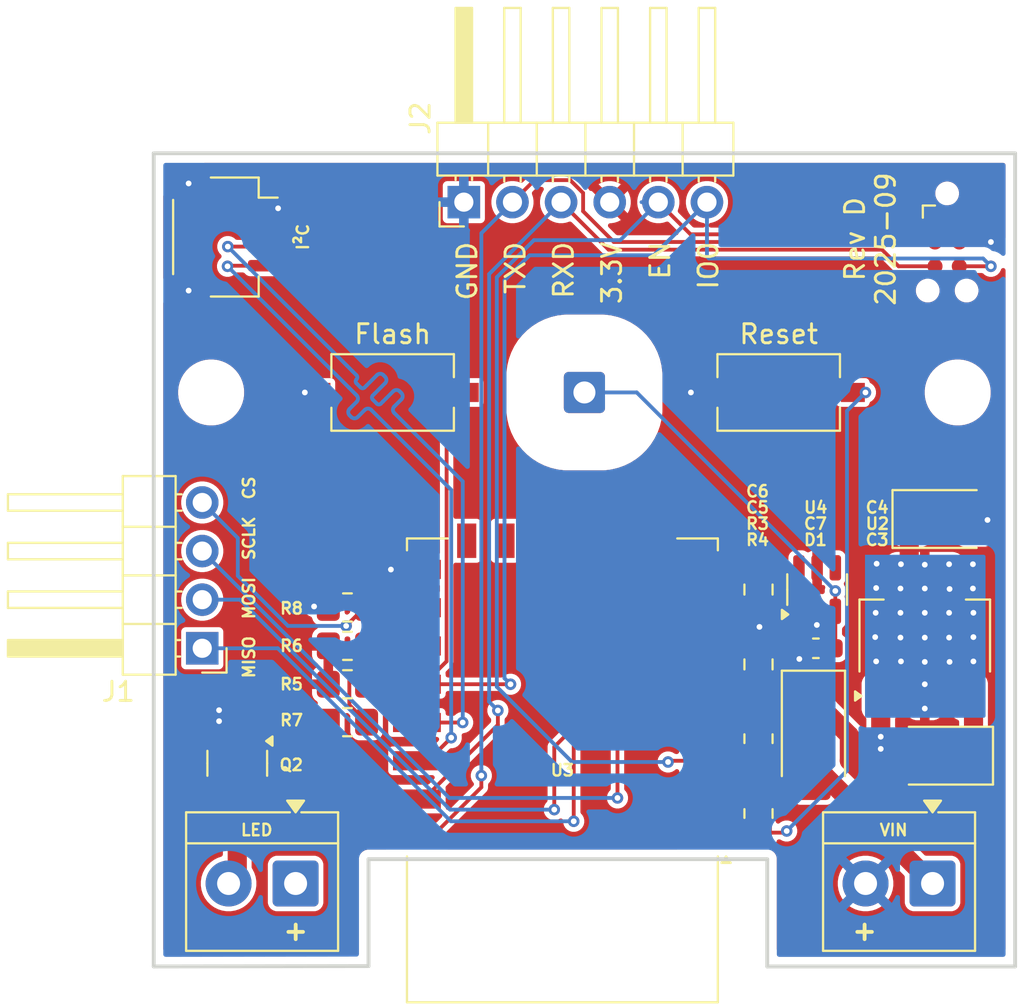
<source format=kicad_pcb>
(kicad_pcb (version 20241229) (generator "pcbnew") (generator_version "9.0")
  (layers (0 "F.Cu" signal) (2 "B.Cu" signal) (13 "F.Paste" user) (15 "B.Paste" user) (5 "F.SilkS" user "F.Silkscreen") (7 "B.SilkS" user "B.Silkscreen") (1 "F.Mask" user) (3 "B.Mask" user) (25 "Edge.Cuts" user))
  (net 0 "")
  (net 1 "GND")
  (net 2 "+3.3V")
  (net 3 "VIN")
  (net 4 "TXD")
  (net 5 "RXD")
  (net 6 "Net-(D1-K)")
  (net 7 "SCL")
  (net 8 "SDA")
  (net 9 "LED+")
  (net 10 "LED-")
  (net 11 "IO16")
  (net 12 "IO2")
  (net 13 "ADC")
  (net 14 "ENABLE")
  (net 15 "SCLK")
  (net 16 "MOSI")
  (net 17 "FLASH")
  (net 18 "MISO")
  (net 19 "CS")
  (net 20 "RESET")
  (net 21 "Net-(J6-Pin_1)")
  (net 22 "Net-(Q2-G)")
  (footprint "TerminalBlock_4Ucon:TerminalBlock_4Ucon_1x02_P3.50mm_Horizontal" (layer "F.Cu") (at 184.912 105.664 180)
    (property "Reference" "J5" (hide yes))
    (property "Value" "LED" (at 2.032 2.794 180) (layer "F.SilkS") (effects (font (size 0.6 0.6) (thickness 0.127) (bold yes))))
    (pad "1" thru_hole roundrect (at 0 0 180) (size 2.4 2.4) (drill 1.2) (layers "*.Cu" "*.Mask") (roundrect_rratio 0.104167) (net 9 "LED+"))
    (pad "2" thru_hole circle (at 3.5 0 180) (size 2.4 2.4) (drill 1.2) (layers "*.Cu" "*.Mask") (net 10 "LED-"))
  )
  (footprint "Package_TO_SOT_SMD:SOT-223-3_TabPin2" (layer "F.Cu") (at 217.778384 92.733798 90)
    (property "Reference" "U2" (at 5.874001 -2.473698 180) (layer "F.SilkS") (effects (font (size 0.6 0.6) (thickness 0.127))))
    (property "Value" "AMS1117-3.3" (hide yes))
    (pad "1" smd roundrect (at -3.15 -2.3 90) (size 2 1.5) (layers "F.Cu" "F.Mask" "F.Paste") (net 1 "GND"))
    (pad "2" smd roundrect (at -3.15 0 90) (size 2 1.5) (layers "F.Cu" "F.Mask" "F.Paste") (net 2 "+3.3V"))
    (pad "2" smd roundrect (at 3.15 0 90) (size 2 3.8) (layers "F.Cu" "F.Mask" "F.Paste") (net 2 "+3.3V"))
    (pad "3" smd roundrect (at -3.15 2.3 90) (size 2 1.5) (layers "F.Cu" "F.Mask" "F.Paste") (net 6 "Net-(D1-K)"))
  )
  (footprint "Capacitor_Tantalum_SMD:CP_EIA-3528-12_Kemet-T_HandSolder" (layer "F.Cu") (at 218.738384 86.614)
    (property "Reference" "C4" (at -3.447984 -0.601133 0) (layer "F.SilkS") (effects (font (size 0.6 0.6) (thickness 0.127) (bold yes))))
    (property "Value" "22µF")
    (pad "1" smd roundrect (at -1.6275 0) (size 1.515 2.39) (layers "F.Cu" "F.Mask" "F.Paste") (roundrect_rratio 0.165017) (net 2 "+3.3V"))
    (pad "2" smd roundrect (at 1.6275 0) (size 1.515 2.39) (layers "F.Cu" "F.Mask" "F.Paste") (roundrect_rratio 0.165017) (net 1 "GND"))
  )
  (footprint "TerminalBlock_4Ucon:TerminalBlock_4Ucon_1x02_P3.50mm_Horizontal" (layer "F.Cu") (at 218.186 105.664 180)
    (property "Reference" "J4" (hide yes))
    (property "Value" "VIN" (at 2.032 2.794 180) (layer "F.SilkS") (effects (font (size 0.6 0.6) (thickness 0.127) (bold yes))))
    (pad "1" thru_hole roundrect (at 0 0 180) (size 2.4 2.4) (drill 1.2) (layers "*.Cu" "*.Mask") (roundrect_rratio 0.104167) (net 3 "VIN"))
    (pad "2" thru_hole circle (at 3.5 0 180) (size 2.4 2.4) (drill 1.2) (layers "*.Cu" "*.Mask") (net 1 "GND"))
  )
  (footprint "MountingHole:MountingHole_3.2mm_M3" (layer "F.Cu") (at 180.5 80)
    (property "Reference" "H1" (hide yes))
    (property "Value" "MountingHole" (hide yes))
    (pad "" np_thru_hole circle (at 0 0) (size 3.2 3.2) (drill 3.2) (layers "*.Cu" "*.Mask"))
  )
  (footprint "Button_Switch_SMD:SW_Tactile_SPST_NO_Straight_CK_PTS636Sx25SMTRLFS" (layer "F.Cu") (at 210.1484 80)
    (property "Reference" "SW1" (hide yes))
    (property "Value" "Reset" (at 0 -3.048 0) (layer "F.SilkS"))
    (pad "1" smd rect (at -3.875 0) (size 1.25 1) (layers "F.Cu" "F.Mask" "F.Paste") (net 1 "GND"))
    (pad "2" smd rect (at 3.875 0) (size 1.25 1) (layers "F.Cu" "F.Mask" "F.Paste") (net 20 "RESET"))
  )
  (footprint "Resistor_SMD:R_0805_2012Metric_Pad1.20x1.40mm_HandSolder" (layer "F.Cu") (at 209.0928 102.0064 -90)
    (property "Reference" "R4" (at -14.3002 0.0508 180) (layer "F.SilkS") (effects (font (size 0.6 0.6) (thickness 0.127) (bold yes))))
    (property "Value" "10k" (hide yes))
    (pad "1" smd roundrect (at -1 0 270) (size 1.2 1.4) (layers "F.Cu" "F.Mask" "F.Paste") (roundrect_rratio 0.208333) (net 2 "+3.3V"))
    (pad "2" smd roundrect (at 1 0 270) (size 1.2 1.4) (layers "F.Cu" "F.Mask" "F.Paste") (roundrect_rratio 0.208333) (net 20 "RESET"))
  )
  (footprint "Capacitor_SMD:C_0805_2012Metric_Pad1.18x1.45mm_HandSolder" (layer "F.Cu") (at 209.0928 94.2125 90)
    (property "Reference" "C5" (hide yes))
    (property "Value" "1µF" (hide yes))
    (fp_text user "${REFERENCE}" (at 8.199633 -0.0508 180) (layer "F.SilkS") (effects (font (size 0.6 0.6) (thickness 0.127))))
    (pad "1" smd roundrect (at -1.0375 0 90) (size 1.175 1.45) (layers "F.Cu" "F.Mask" "F.Paste") (roundrect_rratio 0.212766) (net 2 "+3.3V"))
    (pad "2" smd roundrect (at 1.0375 0 90) (size 1.175 1.45) (layers "F.Cu" "F.Mask" "F.Paste") (roundrect_rratio 0.212766) (net 1 "GND"))
  )
  (footprint "Connector_JST:JST_SH_SM04B-SRSS-TB_1x04-1MP_P1.00mm_Horizontal" (layer "F.Cu") (at 181.199 71.876 -90)
    (property "Reference" "J3" (hide yes))
    (property "Value" "I²C" (at 0 -4.094 90) (layer "F.SilkS") (effects (font (size 0.6 0.6) (thickness 0.127))))
    (pad "1" smd roundrect (at -1.5 -2 270) (size 0.6 1.55) (layers "F.Cu" "F.Mask" "F.Paste") (net 1 "GND"))
    (pad "2" smd roundrect (at -0.5 -2 270) (size 0.6 1.55) (layers "F.Cu" "F.Mask" "F.Paste") (net 2 "+3.3V"))
    (pad "3" smd roundrect (at 0.5 -2 270) (size 0.6 1.55) (layers "F.Cu" "F.Mask" "F.Paste") (net 8 "SDA"))
    (pad "4" smd roundrect (at 1.5 -2 270) (size 0.6 1.55) (layers "F.Cu" "F.Mask" "F.Paste") (net 7 "SCL"))
    (pad "MP" smd roundrect (at -2.8 1.875 270) (size 1.2 1.8) (layers "F.Cu" "F.Mask" "F.Paste") (roundrect_rratio 0.208333) (net 1 "GND"))
    (pad "MP" smd roundrect (at 2.8 1.875 270) (size 1.2 1.8) (layers "F.Cu" "F.Mask" "F.Paste") (roundrect_rratio 0.208333) (net 1 "GND"))
  )
  (footprint "Capacitor_SMD:C_0805_2012Metric_Pad1.18x1.45mm_HandSolder" (layer "F.Cu") (at 209.0928 90.3009 -90)
    (property "Reference" "C6" (at -5.1347 0.0508 180) (layer "F.SilkS") (effects (font (size 0.6 0.6) (thickness 0.127) (bold yes))))
    (property "Value" "1µF" (hide yes))
    (pad "1" smd roundrect (at -1.0375 0 270) (size 1.175 1.45) (layers "F.Cu" "F.Mask" "F.Paste") (roundrect_rratio 0.212766) (net 2 "+3.3V"))
    (pad "2" smd roundrect (at 1.0375 0 270) (size 1.175 1.45) (layers "F.Cu" "F.Mask" "F.Paste") (roundrect_rratio 0.212766) (net 1 "GND"))
  )
  (footprint "Diode_SMD:D_SMA" (layer "F.Cu") (at 211.963 98.0506 -90)
    (property "Reference" "D1" (at -10.3444 -0.1055 180) (layer "F.SilkS") (effects (font (size 0.6 0.6) (thickness 0.127))))
    (property "Value" "SS14" (hide yes))
    (pad "1" smd roundrect (at -2 0 270) (size 2.5 1.8) (layers "F.Cu" "F.Mask" "F.Paste") (roundrect_rratio 0.1388888889) (net 6 "Net-(D1-K)"))
    (pad "2" smd roundrect (at 2 0 270) (size 2.5 1.8) (layers "F.Cu" "F.Mask" "F.Paste") (roundrect_rratio 0.1388888889) (net 3 "VIN"))
  )
  (footprint "Connector_PinHeader_2.54mm:PinHeader_1x04_P2.54mm_Horizontal" (layer "F.Cu") (at 180.0352 93.3704 180)
    (property "Reference" "J1" (at 4.385 -2.27 180) (layer "F.SilkS"))
    (property "Value" "SPI")
    (pad "1" thru_hole rect (at 0 0 180) (size 1.7 1.7) (drill 1) (layers "*.Cu" "*.Mask") (net 18 "MISO"))
    (pad "2" thru_hole circle (at 0 2.54 180) (size 1.7 1.7) (drill 1) (layers "*.Cu" "*.Mask") (net 16 "MOSI"))
    (pad "3" thru_hole circle (at 0 5.08 180) (size 1.7 1.7) (drill 1) (layers "*.Cu" "*.Mask") (net 15 "SCLK"))
    (pad "4" thru_hole circle (at 0 7.62 180) (size 1.7 1.7) (drill 1) (layers "*.Cu" "*.Mask") (net 19 "CS"))
  )
  (footprint "Package_TO_SOT_SMD:SOT-23-6" (layer "F.Cu") (at 212.156 90.3025 90)
    (property "Reference" "U4" (at 4.289633 -0.073214 180) (layer "F.SilkS") (effects (font (size 0.6 0.6) (thickness 0.127))))
    (property "Value" "TTP223-BA6" (hide yes))
    (pad "1" smd roundrect (at -1.1375 -0.95 90) (size 1.325 0.6) (layers "F.Cu" "F.Mask" "F.Paste") (net 11 "IO16"))
    (pad "2" smd roundrect (at -1.1375 0 90) (size 1.325 0.6) (layers "F.Cu" "F.Mask" "F.Paste") (net 1 "GND"))
    (pad "3" smd roundrect (at -1.1375 0.95 90) (size 1.325 0.6) (layers "F.Cu" "F.Mask" "F.Paste") (net 21 "Net-(J6-Pin_1)"))
    (pad "4" smd roundrect (at 1.1375 0.95 90) (size 1.325 0.6) (layers "F.Cu" "F.Mask" "F.Paste"))
    (pad "5" smd roundrect (at 1.1375 0 90) (size 1.325 0.6) (layers "F.Cu" "F.Mask" "F.Paste") (net 2 "+3.3V"))
    (pad "6" smd roundrect (at 1.1375 -0.95 90) (size 1.325 0.6) (layers "F.Cu" "F.Mask" "F.Paste"))
  )
  (footprint "Resistor_SMD:R_0805_2012Metric_Pad1.20x1.40mm_HandSolder" (layer "F.Cu") (at 209.0928 98.0948 -90)
    (property "Reference" "R3" (at -11.235267 0.0508 180) (layer "F.SilkS") (effects (font (size 0.6 0.6) (thickness 0.127) (bold yes))))
    (property "Value" "10k" (hide yes))
    (pad "1" smd roundrect (at -1 0 270) (size 1.2 1.4) (layers "F.Cu" "F.Mask" "F.Paste") (roundrect_rratio 0.208333) (net 2 "+3.3V"))
    (pad "2" smd roundrect (at 1 0 270) (size 1.2 1.4) (layers "F.Cu" "F.Mask" "F.Paste") (roundrect_rratio 0.208333) (net 14 "ENABLE"))
  )
  (footprint "Capacitor_Tantalum_SMD:CP_EIA-3528-12_Kemet-T_HandSolder" (layer "F.Cu") (at 218.698384 98.9838 180)
    (property "Reference" "C3" (at 3.408434 11.277074 180) (layer "F.SilkS") (effects (font (size 0.6 0.6) (thickness 0.1267) (bold yes))))
    (property "Value" "22µF")
    (pad "1" smd roundrect (at -1.6275 0 180) (size 1.515 2.39) (layers "F.Cu" "F.Mask" "F.Paste") (roundrect_rratio 0.165017) (net 6 "Net-(D1-K)"))
    (pad "2" smd roundrect (at 1.6275 0 180) (size 1.515 2.39) (layers "F.Cu" "F.Mask" "F.Paste") (roundrect_rratio 0.165017) (net 1 "GND"))
  )
  (footprint "Resistor_SMD:R_0805_2012Metric_Pad1.20x1.40mm_HandSolder" (layer "F.Cu") (at 187.6204 95.25)
    (property "Reference" "R5" (at -2.2512 0 0) (layer "F.SilkS") (effects (font (size 0.6 0.6) (thickness 0.127) (bold yes)) (justify right)))
    (property "Value" "10k")
    (pad "1" smd roundrect (at -1 0) (size 1.2 1.4) (layers "F.Cu" "F.Mask" "F.Paste") (roundrect_rratio 0.208333) (net 2 "+3.3V"))
    (pad "2" smd roundrect (at 1 0) (size 1.2 1.4) (layers "F.Cu" "F.Mask" "F.Paste") (roundrect_rratio 0.208333) (net 17 "FLASH"))
  )
  (footprint "RF_Module:ESP-12E" (layer "F.Cu") (at 198.85 99.75 180)
    (property "Reference" "U3" (at 0 0 0) (layer "F.SilkS") (effects (font (size 0.6 0.6) (thickness 0.127))))
    (property "Value" "ESP-12E" (hide yes))
    (pad "1" smd rect (at -7.6 -3.5 180) (size 2.5 1) (layers "F.Cu" "F.Mask" "F.Paste") (net 20 "RESET"))
    (pad "2" smd rect (at -7.6 -1.5 180) (size 2.5 1) (layers "F.Cu" "F.Mask" "F.Paste") (net 13 "ADC"))
    (pad "3" smd rect (at -7.6 0.5 180) (size 2.5 1) (layers "F.Cu" "F.Mask" "F.Paste") (net 14 "ENABLE"))
    (pad "4" smd rect (at -7.6 2.5 180) (size 2.5 1) (layers "F.Cu" "F.Mask" "F.Paste") (net 11 "IO16"))
    (pad "5" smd rect (at -7.6 4.5 180) (size 2.5 1) (layers "F.Cu" "F.Mask" "F.Paste") (net 15 "SCLK"))
    (pad "6" smd rect (at -7.6 6.5 180) (size 2.5 1) (layers "F.Cu" "F.Mask" "F.Paste") (net 18 "MISO"))
    (pad "7" smd rect (at -7.6 8.5 180) (size 2.5 1) (layers "F.Cu" "F.Mask" "F.Paste") (net 16 "MOSI"))
    (pad "8" smd rect (at -7.6 10.5 180) (size 2.5 1) (layers "F.Cu" "F.Mask" "F.Paste") (net 2 "+3.3V"))
    (pad "9" smd rect (at -5 12 180) (size 1 1.8) (layers "F.Cu" "F.Mask" "F.Paste"))
    (pad "10" smd rect (at -3 12 180) (size 1 1.8) (layers "F.Cu" "F.Mask" "F.Paste"))
    (pad "11" smd rect (at -1 12 180) (size 1 1.8) (layers "F.Cu" "F.Mask" "F.Paste"))
    (pad "12" smd rect (at 1 12 180) (size 1 1.8) (layers "F.Cu" "F.Mask" "F.Paste"))
    (pad "13" smd rect (at 3 12 180) (size 1 1.8) (layers "F.Cu" "F.Mask" "F.Paste"))
    (pad "14" smd rect (at 5 12 180) (size 1 1.8) (layers "F.Cu" "F.Mask" "F.Paste"))
    (pad "15" smd rect (at 7.6 10.5 180) (size 2.5 1) (layers "F.Cu" "F.Mask" "F.Paste") (net 1 "GND"))
    (pad "16" smd rect (at 7.6 8.5 180) (size 2.5 1) (layers "F.Cu" "F.Mask" "F.Paste") (net 19 "CS"))
    (pad "17" smd rect (at 7.6 6.5 180) (size 2.5 1) (layers "F.Cu" "F.Mask" "F.Paste") (net 12 "IO2"))
    (pad "18" smd rect (at 7.6 4.5 180) (size 2.5 1) (layers "F.Cu" "F.Mask" "F.Paste") (net 17 "FLASH"))
    (pad "19" smd rect (at 7.6 2.5 180) (size 2.5 1) (layers "F.Cu" "F.Mask" "F.Paste") (net 8 "SDA"))
    (pad "20" smd rect (at 7.6 0.5 180) (size 2.5 1) (layers "F.Cu" "F.Mask" "F.Paste") (net 7 "SCL"))
    (pad "21" smd rect (at 7.6 -1.5 180) (size 2.5 1) (layers "F.Cu" "F.Mask" "F.Paste") (net 5 "RXD"))
    (pad "22" smd rect (at 7.6 -3.5 180) (size 2.5 1) (layers "F.Cu" "F.Mask" "F.Paste") (net 4 "TXD"))
    (zone (net 0) (net_name "") (layers "F.Cu" "B.Cu") (connect_pads (clearance 0)) (min_thickness 0.254)
      (keepout (tracks not_allowed) (vias not_allowed) (pads not_allowed) (copperpour not_allowed) (footprints not_allowed))
      (fill (thermal_gap 0.508) (thermal_bridge_width 0.508))
      (polygon (pts (xy 206.97 104.55) (xy 190.73 104.55) (xy 190.73 111.87) (xy 206.97 111.87)))
    )
  )
  (footprint "Connector:Tag-Connect_TC2030-IDC-NL_2x03_P1.27mm_Vertical" (layer "F.Cu") (at 218.948 72.136 -90)
    (property "Reference" "J7" (hide yes))
    (property "Value" "TC2030" (hide yes))
    (pad "" np_thru_hole circle (at -2.54 0 270) (size 0.9906 0.9906) (drill 0.9906) (layers "*.Cu" "*.Mask"))
    (pad "" np_thru_hole circle (at 2.54 -1.016 270) (size 0.9906 0.9906) (drill 0.9906) (layers "*.Cu" "*.Mask"))
    (pad "" np_thru_hole circle (at 2.54 1.016 270) (size 0.9906 0.9906) (drill 0.9906) (layers "*.Cu" "*.Mask"))
    (pad "1" connect circle (at -1.27 0.635 270) (size 0.7874 0.7874) (layers "F.Cu" "F.Mask") (net 14 "ENABLE"))
    (pad "2" connect circle (at -1.27 -0.635 270) (size 0.7874 0.7874) (layers "F.Cu" "F.Mask") (net 2 "+3.3V"))
    (pad "3" connect circle (at 0 0.635 270) (size 0.7874 0.7874) (layers "F.Cu" "F.Mask") (net 4 "TXD"))
    (pad "4" connect circle (at 0 -0.635 270) (size 0.7874 0.7874) (layers "F.Cu" "F.Mask") (net 1 "GND"))
    (pad "5" connect circle (at 1.27 0.635 270) (size 0.7874 0.7874) (layers "F.Cu" "F.Mask") (net 5 "RXD"))
    (pad "6" connect circle (at 1.27 -0.635 270) (size 0.7874 0.7874) (layers "F.Cu" "F.Mask") (net 17 "FLASH"))
    (zone (net 0) (net_name "") (layer "F.Cu") (connect_pads (clearance 0)) (min_thickness 0.254)
      (keepout (tracks allowed) (vias not_allowed) (pads allowed) (copperpour not_allowed) (footprints not_allowed))
      (fill (thermal_gap 0.508) (thermal_bridge_width 0.508))
      (polygon (pts (xy 219.583 73.406) (xy 219.583 70.866) (xy 218.313 70.866) (xy 218.313 73.406)))
    )
  )
  (footprint "Connector_PinHeader_2.54mm:PinHeader_1x06_P2.54mm_Horizontal" (layer "F.Cu") (at 193.7004 70.0532 90)
    (property "Reference" "J2" (at 4.385 -2.27 90) (layer "F.SilkS"))
    (property "Value" "ESPFlash")
    (pad "1" thru_hole rect (at 0 0 90) (size 1.7 1.7) (drill 1) (layers "*.Cu" "*.Mask") (net 1 "GND"))
    (pad "2" thru_hole circle (at 0 2.54 90) (size 1.7 1.7) (drill 1) (layers "*.Cu" "*.Mask") (net 4 "TXD"))
    (pad "3" thru_hole circle (at 0 5.08 90) (size 1.7 1.7) (drill 1) (layers "*.Cu" "*.Mask") (net 5 "RXD"))
    (pad "4" thru_hole circle (at 0 7.62 90) (size 1.7 1.7) (drill 1) (layers "*.Cu" "*.Mask") (net 2 "+3.3V"))
    (pad "5" thru_hole circle (at 0 10.16 90) (size 1.7 1.7) (drill 1) (layers "*.Cu" "*.Mask") (net 14 "ENABLE"))
    (pad "6" thru_hole circle (at 0 12.7 90) (size 1.7 1.7) (drill 1) (layers "*.Cu" "*.Mask") (net 17 "FLASH"))
  )
  (footprint "Resistor_SMD:R_0805_2012Metric_Pad1.20x1.40mm_HandSolder" (layer "F.Cu") (at 187.6204 97.2312)
    (property "Reference" "R7" (at -2.2512 -0.1016 180) (layer "F.SilkS") (effects (font (size 0.6 0.6) (thickness 0.127) (bold yes)) (justify right)))
    (property "Value" "330" (hide yes))
    (pad "1" smd roundrect (at -1 0) (size 1.2 1.4) (layers "F.Cu" "F.Mask" "F.Paste") (roundrect_rratio 0.208333) (net 22 "Net-(Q2-G)"))
    (pad "2" smd roundrect (at 1 0) (size 1.2 1.4) (layers "F.Cu" "F.Mask" "F.Paste") (roundrect_rratio 0.208333) (net 12 "IO2"))
  )
  (footprint "Capacitor_SMD:C_0603_1608Metric_Pad1.08x0.95mm_HandSolder" (layer "F.Cu") (at 212.0911 93.3704)
    (property "Reference" "C7" (at -0.0226 -6.510866 0) (layer "F.SilkS") (effects (font (size 0.6 0.6) (thickness 0.127) (bold yes))))
    (property "Value" "22pF" (hide yes))
    (pad "1" smd roundrect (at -0.8625 0) (size 1.075 0.95) (layers "F.Cu" "F.Mask" "F.Paste") (net 1 "GND"))
    (pad "2" smd roundrect (at 0.8625 0) (size 1.075 0.95) (layers "F.Cu" "F.Mask" "F.Paste") (net 21 "Net-(J6-Pin_1)"))
  )
  (footprint "Resistor_SMD:R_0805_2012Metric_Pad1.20x1.40mm_HandSolder" (layer "F.Cu") (at 187.6204 93.2434)
    (property "Reference" "R6" (at -2.2512 0 0) (layer "F.SilkS") (effects (font (size 0.6 0.6) (thickness 0.127) (bold yes)) (justify right)))
    (property "Value" "10k" (hide yes))
    (pad "1" smd roundrect (at -1 0) (size 1.2 1.4) (layers "F.Cu" "F.Mask" "F.Paste") (roundrect_rratio 0.208333) (net 2 "+3.3V"))
    (pad "2" smd roundrect (at 1 0) (size 1.2 1.4) (layers "F.Cu" "F.Mask" "F.Paste") (roundrect_rratio 0.208333) (net 12 "IO2"))
  )
  (footprint "Connector_Wire:SolderWire-0.5sqmm_1x01_D0.9mm_OD2.1mm" (layer "F.Cu") (at 200 80)
    (property "Reference" "J6" (hide yes))
    (property "Value" "TOUCH" (hide yes))
    (pad "1" thru_hole roundrect (at 0 0) (size 2.15 2.15) (drill 1.15) (layers "*.Cu" "*.Mask") (roundrect_rratio 0.116279) (net 21 "Net-(J6-Pin_1)") (clearance 3))
  )
  (footprint "MountingHole:MountingHole_3.2mm_M3" (layer "F.Cu") (at 219.5 80)
    (property "Reference" "H2" (hide yes))
    (property "Value" "MountingHole" (hide yes))
    (pad "" np_thru_hole circle (at 0 0) (size 3.2 3.2) (drill 3.2) (layers "*.Cu" "*.Mask"))
  )
  (footprint "Button_Switch_SMD:SW_Tactile_SPST_NO_Straight_CK_PTS636Sx25SMTRLFS" (layer "F.Cu") (at 189.9808 80)
    (property "Reference" "SW2" (hide yes))
    (property "Value" "Flash" (at 0 -3.048 0) (layer "F.SilkS"))
    (pad "1" smd rect (at -3.875 0) (size 1.25 1) (layers "F.Cu" "F.Mask" "F.Paste") (net 1 "GND"))
    (pad "2" smd rect (at 3.875 0) (size 1.25 1) (layers "F.Cu" "F.Mask" "F.Paste") (net 17 "FLASH"))
  )
  (footprint "Package_TO_SOT_SMD:SOT-23" (layer "F.Cu") (at 181.864 99.382 -90)
    (property "Reference" "Q2" (at 0.0844 -3.5052 0) (layer "F.SilkS") (effects (font (size 0.6 0.6) (thickness 0.127) (bold yes)) (justify right)))
    (property "Value" "BSS138" (hide yes))
    (pad "1" smd roundrect (at -0.9375 -0.95 270) (size 1.475 0.6) (layers "F.Cu" "F.Mask" "F.Paste") (net 22 "Net-(Q2-G)"))
    (pad "2" smd roundrect (at -0.9375 0.95 270) (size 1.475 0.6) (layers "F.Cu" "F.Mask" "F.Paste") (net 1 "GND"))
    (pad "3" smd roundrect (at 0.9375 0 270) (size 1.475 0.6) (layers "F.Cu" "F.Mask" "F.Paste") (net 10 "LED-"))
  )
  (footprint "Resistor_SMD:R_0805_2012Metric_Pad1.20x1.40mm_HandSolder" (layer "F.Cu") (at 187.6204 91.2368 180)
    (property "Reference" "R8" (at 2.2512 -0.0508 180) (layer "F.SilkS") (effects (font (size 0.6 0.6) (thickness 0.127) (bold yes)) (justify right)))
    (property "Value" "10k" (hide yes))
    (pad "1" smd roundrect (at -1 0 180) (size 1.2 1.4) (layers "F.Cu" "F.Mask" "F.Paste") (roundrect_rratio 0.208333) (net 19 "CS"))
    (pad "2" smd roundrect (at 1 0 180) (size 1.2 1.4) (layers "F.Cu" "F.Mask" "F.Paste") (roundrect_rratio 0.208333) (net 1 "GND"))
  )
  (gr_rect (start 214.757 88.5825) (end 220.853 96.901) (stroke (width 0.2)) (fill yes) (layer "B.Cu") (net 2))
  (gr_line (start 188.722 104.394) (end 188.722 109.982) (stroke (width 0.2)) (layer "Edge.Cuts"))
  (gr_line (start 188.722 109.982) (end 177.5 110) (stroke (width 0.2)) (layer "Edge.Cuts"))
  (gr_line (start 222.5 110) (end 209.55 110) (stroke (width 0.2)) (layer "Edge.Cuts"))
  (gr_line (start 222.5 67.5) (end 222.5 110) (stroke (width 0.2)) (layer "Edge.Cuts"))
  (gr_line (start 209.55 104.394) (end 188.722 104.394) (stroke (width 0.2)) (layer "Edge.Cuts"))
  (gr_line (start 177.5 110) (end 177.5 67.5) (stroke (width 0.2)) (layer "Edge.Cuts"))
  (gr_line (start 209.55 110) (end 209.55 104.394) (stroke (width 0.2)) (layer "Edge.Cuts"))
  (gr_line (start 177.5 67.5) (end 222.5 67.5) (stroke (width 0.2)) (layer "Edge.Cuts"))
  (gr_text "3.3V" (at 202.02144 72.0344 90) (layer "F.SilkS") (effects (font (size 1 1)) (justify right bottom)))
  (gr_text "Rev D\n2025-09" (at 214.9348 71.9836 90) (layer "F.SilkS") (effects (font (size 1 1))))
  (gr_text "MISO  MOSI  SCLK  CS" (at 182.8292 89.662 90) (layer "F.SilkS") (effects (font (size 0.6 0.6) (thickness 0.127) (bold yes)) (justify bottom)))
  (gr_text "+" (at 214.122 107.442 270) (layer "F.SilkS") (effects (font (size 1 1) (thickness 0.2) (bold yes)) (justify left bottom)))
  (gr_text "+" (at 184.404 107.442 270) (layer "F.SilkS") (effects (font (size 1 1) (thickness 0.2) (bold yes)) (justify left bottom)))
  (gr_text "IO0" (at 207.0608 72.0344 90) (layer "F.SilkS") (effects (font (size 1 1)) (justify right bottom)))
  (gr_text "RXD" (at 199.50176 72.0344 90) (layer "F.SilkS") (effects (font (size 1 1)) (justify right bottom)))
  (gr_text "EN" (at 204.54112 72.0344 90) (layer "F.SilkS") (effects (font (size 1 1)) (justify right bottom)))
  (gr_text "GND" (at 194.4624 72.0344 90) (layer "F.SilkS") (effects (font (size 1 1)) (justify right bottom)))
  (gr_text "TXD" (at 196.98208 72.0344 90) (layer "F.SilkS") (effects (font (size 1 1)) (justify right bottom)))
  (segment (start 215.7222 98.9838) (end 215.478384 98.739984) (width 1) (layer "F.Cu") (net 1))
  (segment (start 219.583 72.136) (end 221.234 72.136) (width 0.2) (layer "F.Cu") (net 1))
  (segment (start 180.914 97.1804) (end 180.914 96.6064) (width 1) (layer "F.Cu") (net 1))
  (segment (start 215.478384 98.6282) (end 215.478384 97.9932) (width 1) (layer "F.Cu") (net 1))
  (segment (start 217.070884 98.9838) (end 215.7222 98.9838) (width 1) (layer "F.Cu") (net 1))
  (segment (start 215.478384 97.9932) (end 215.478384 95.883798) (width 1) (layer "F.Cu") (net 1))
  (segment (start 209.0928 92.202) (end 209.1436 92.2528) (width 0.2) (layer "F.Cu") (net 1))
  (segment (start 209.0928 92.3036) (end 209.1436 92.2528) (width 0.2) (layer "F.Cu") (net 1))
  (segment (start 209.0928 91.3384) (end 209.0928 92.202) (width 0.2) (layer "F.Cu") (net 1))
  (segment (start 180.914 97.1804) (end 180.914 98.4445) (width 1) (layer "F.Cu") (net 1))
  (segment (start 209.0928 93.175) (end 209.0928 92.3036) (width 0.2) (layer "F.Cu") (net 1))
  (segment (start 215.478384 98.739984) (end 215.478384 98.6282) (width 1) (layer "F.Cu") (net 1))
  (via (at 180.914 96.6064) (size 0.6) (drill 0.3) (layers "F.Cu" "B.Cu") (net 1))
  (via (at 215.478384 97.9932) (size 0.6) (drill 0.3) (layers "F.Cu" "B.Cu") (net 1))
  (via (at 209.1436 92.2528) (size 0.6) (drill 0.3) (layers "F.Cu" "B.Cu") (net 1))
  (via (at 212.1408 92.1512) (size 0.6) (drill 0.3) (layers "F.Cu" "B.Cu") (net 1))
  (via (at 185.8772 91.186) (size 0.6) (drill 0.3) (layers "F.Cu" "B.Cu") (net 1))
  (via (at 221.0562 86.6648) (size 0.6) (drill 0.3) (layers "F.Cu" "B.Cu") (net 1))
  (via (at 189.8904 89.2556) (size 0.6) (drill 0.3) (layers "F.Cu" "B.Cu") (net 1))
  (via (at 185.3946 80) (size 0.6) (drill 0.3) (layers "F.Cu" "B.Cu") (net 1))
  (via (at 180.914 97.1804) (size 0.6) (drill 0.3) (layers "F.Cu" "B.Cu") (net 1))
  (via (at 221.234 72.136) (size 0.6) (drill 0.3) (layers "F.Cu" "B.Cu") (net 1))
  (via (at 215.478384 98.6282) (size 0.6) (drill 0.3) (layers "F.Cu" "B.Cu") (net 1))
  (via (at 205.5622 80) (size 0.6) (drill 0.3) (layers "F.Cu" "B.Cu") (net 1))
  (via (at 179.324 74.676) (size 0.6) (drill 0.3) (layers "F.Cu" "B.Cu") (net 1))
  (via (at 179.324 69.076) (size 0.6) (drill 0.3) (layers "F.Cu" "B.Cu") (net 1))
  (via (at 211.2264 93.9292) (size 0.6) (drill 0.3) (layers "F.Cu" "B.Cu") (net 1))
  (via (at 183.9976 70.376) (size 0.6) (drill 0.3) (layers "F.Cu" "B.Cu") (net 1))
  (segment (start 217.702184 89.583798) (end 216.8906 88.772214) (width 1) (layer "F.Cu") (net 2))
  (segment (start 216.9668 88.772214) (end 216.9668 86.614) (width 1) (layer "F.Cu") (net 2))
  (via (at 220.3196 94.0562) (size 0.6) (drill 0.3) (layers "F.Cu" "B.Cu") (net 2))
  (via (at 217.7796 91.5162) (size 0.6) (drill 0.3) (layers "F.Cu" "B.Cu") (net 2))
  (via (at 215.2396 90.2208) (size 0.6) (drill 0.3) (layers "F.Cu" "B.Cu") (net 2))
  (via (at 220.3196 91.5162) (size 0.6) (drill 0.3) (layers "F.Cu" "B.Cu") (net 2))
  (via (at 216.5096 90.2462) (size 0.6) (drill 0.3) (layers "F.Cu" "B.Cu") (net 2))
  (via (at 217.7796 95.25) (size 0.6) (drill 0.3) (layers "F.Cu" "B.Cu") (net 2))
  (via (at 217.7796 89.0016) (size 0.6) (drill 0.3) (layers "F.Cu" "B.Cu") (net 2))
  (via (at 216.535 94.0562) (size 0.6) (drill 0.3) (layers "F.Cu" "B.Cu") (net 2))
  (via (at 219.0496 92.8116) (size 0.6) (drill 0.3) (layers "F.Cu" "B.Cu") (net 2))
  (via (at 215.2396 94.0562) (size 0.6) (drill 0.3) (layers "F.Cu" "B.Cu") (net 2))
  (via (at 215.265 88.9508) (size 0.6) (drill 0.3) (layers "F.Cu" "B.Cu") (net 2))
  (via (at 215.1888 92.7862) (size 0.6) (drill 0.3) (layers "F.Cu" "B.Cu") (net 2))
  (via (at 216.5096 91.5162) (size 0.6) (drill 0.3) (layers "F.Cu" "B.Cu") (net 2))
  (via (at 217.7796 92.8116) (size 0.6) (drill 0.3) (layers "F.Cu" "B.Cu") (net 2))
  (via (at 217.7796 96.52) (size 0.6) (drill 0.3) (layers "F.Cu" "B.Cu") (net 2))
  (via (at 216.535 88.9762) (size 0.6) (drill 0.3) (layers "F.Cu" "B.Cu") (net 2))
  (via (at 220.2942 88.9762) (size 0.6) (drill 0.3) (layers "F.Cu" "B.Cu") (net 2))
  (via (at 219.0496 91.5162) (size 0.6) (drill 0.3) (layers "F.Cu" "B.Cu") (net 2))
  (via (at 219.0496 88.9762) (size 0.6) (drill 0.3) (layers "F.Cu" "B.Cu") (net 2))
  (via (at 219.075 94.0816) (size 0.6) (drill 0.3) (layers "F.Cu" "B.Cu") (net 2))
  (via (at 217.7796 94.0816) (size 0.6) (drill 0.3) (layers "F.Cu" "B.Cu") (net 2))
  (via (at 220.2942 90.2462) (size 0.6) (drill 0.3) (layers "F.Cu" "B.Cu") (net 2))
  (via (at 220.3196 92.7862) (size 0.6) (drill 0.3) (layers "F.Cu" "B.Cu") (net 2))
  (via (at 216.5096 92.8116) (size 0.6) (drill 0.3) (layers "F.Cu" "B.Cu") (net 2))
  (via (at 219.075 90.2716) (size 0.6) (drill 0.3) (layers "F.Cu" "B.Cu") (net 2))
  (via (at 215.2142 91.5162) (size 0.6) (drill 0.3) (layers "F.Cu" "B.Cu") (net 2))
  (via (at 217.7796 90.2462) (size 0.6) (drill 0.3) (layers "F.Cu" "B.Cu") (net 2))
  (segment (start 212.5726 100.0506) (end 211.963 100.0506) (width 1) (layer "F.Cu") (net 3))
  (segment (start 218.186 105.664) (end 212.5726 100.0506) (width 1) (layer "F.Cu") (net 3))
  (segment (start 218.313 72.136) (end 201.53744 72.136) (width 0.2) (layer "F.Cu") (net 4))
  (segment (start 197.3914 68.9022) (end 196.2404 70.0532) (width 0.2) (layer "F.Cu") (net 4))
  (segment (start 192 103.25) (end 191.25 103.25) (width 0.2) (layer "F.Cu") (net 4))
  (segment (start 194.6148 100.0252) (end 194.6148 100.6352) (width 0.2) (layer "F.Cu") (net 4))
  (segment (start 199.9314 69.57644) (end 199.25716 68.9022) (width 0.2) (layer "F.Cu") (net 4))
  (segment (start 199.9314 70.52996) (end 199.9314 69.57644) (width 0.2) (layer "F.Cu") (net 4))
  (segment (start 201.53744 72.136) (end 199.9314 70.52996) (width 0.2) (layer "F.Cu") (net 4))
  (segment (start 199.25716 68.9022) (end 197.3914 68.9022) (width 0.2) (layer "F.Cu") (net 4))
  (segment (start 194.6148 100.6352) (end 192 103.25) (width 0.2) (layer "F.Cu") (net 4))
  (via (at 194.6148 100.0252) (size 0.6) (drill 0.3) (layers "F.Cu" "B.Cu") (net 4))
  (segment (start 194.6148 99.6514) (end 194.6148 100.0252) (width 0.2) (layer "B.Cu") (net 4))
  (segment (start 194.6148 71.6788) (end 194.6148 99.6514) (width 0.2) (layer "B.Cu") (net 4))
  (segment (start 196.2404 70.0532) (end 194.6148 71.6788) (width 0.2) (layer "B.Cu") (net 4))
  (segment (start 194.6148 100.0252) (end 194.6148 100.076) (width 0.2) (layer "B.Cu") (net 4))
  (segment (start 215.5444 72.537) (end 201.2642 72.537) (width 0.2) (layer "F.Cu") (net 5))
  (segment (start 195.4784 97.3736) (end 191.602 101.25) (width 0.2) (layer "F.Cu") (net 5))
  (segment (start 191.602 101.25) (end 191.25 101.25) (width 0.2) (layer "F.Cu") (net 5))
  (segment (start 201.2642 72.537) (end 198.7804 70.0532) (width 0.2) (layer "F.Cu") (net 5))
  (segment (start 195.4784 96.6216) (end 195.4784 97.3736) (width 0.2) (layer "F.Cu") (net 5))
  (segment (start 216.4134 73.406) (end 215.5444 72.537) (width 0.2) (layer "F.Cu") (net 5))
  (segment (start 218.313 73.406) (end 216.4134 73.406) (width 0.2) (layer "F.Cu") (net 5))
  (via (at 195.4784 96.6216) (size 0.6) (drill 0.3) (layers "F.Cu" "B.Cu") (net 5))
  (segment (start 195.0158 96.159) (end 195.4784 96.6216) (width 0.2) (layer "B.Cu") (net 5))
  (segment (start 195.022 73.8116) (end 198.7804 70.0532) (width 0.2) (layer "B.Cu") (net 5))
  (segment (start 195.022 95.962) (end 195.022 73.8116) (width 0.2) (layer "B.Cu") (net 5))
  (segment (start 195.022 95.962) (end 195.0158 95.9682) (width 0.2) (layer "B.Cu") (net 5))
  (segment (start 195.0158 95.9682) (end 195.0158 96.159) (width 0.2) (layer "B.Cu") (net 5))
  (segment (start 213.83873 99.24293) (end 215.7386 101.1428) (width 1) (layer "F.Cu") (net 6))
  (segment (start 220.325884 96.131298) (end 220.078384 95.883798) (width 1) (layer "F.Cu") (net 6))
  (segment (start 213.83873 97.92633) (end 213.83873 99.24293) (width 1) (layer "F.Cu") (net 6))
  (segment (start 211.963 96.0506) (end 213.83873 97.92633) (width 1) (layer "F.Cu") (net 6))
  (segment (start 220.325884 99.2468) (end 220.325884 98.9838) (width 1) (layer "F.Cu") (net 6))
  (segment (start 215.7386 101.1428) (end 218.429884 101.1428) (width 1) (layer "F.Cu") (net 6))
  (segment (start 220.325884 98.9838) (end 220.325884 96.131298) (width 1) (layer "F.Cu") (net 6))
  (segment (start 218.429884 101.1428) (end 220.325884 99.2468) (width 1) (layer "F.Cu") (net 6))
  (segment (start 183.199 73.376) (end 181.386 73.376) (width 0.2) (layer "F.Cu") (net 7))
  (segment (start 193.04 98.044) (end 191.834 99.25) (width 0.2) (layer "F.Cu") (net 7))
  (segment (start 181.386 73.376) (end 181.356 73.406) (width 0.2) (layer "F.Cu") (net 7))
  (segment (start 191.834 99.25) (end 191.25 99.25) (width 0.2) (layer "F.Cu") (net 7))
  (via (at 181.356 73.406) (size 0.6) (drill 0.3) (layers "F.Cu" "B.Cu") (net 7))
  (via (at 193.04 98.044) (size 0.6) (drill 0.3) (layers "F.Cu" "B.Cu") (net 7))
  (segment (start 188.52467 80.914082) (end 188.156973 81.281776) (width 0.2) (layer "B.Cu") (net 7))
  (segment (start 187.817563 81.281777) (end 187.73271 81.196924) (width 0.2) (layer "B.Cu") (net 7))
  (segment (start 188.015553 80.065553) (end 187.692176 79.742176) (width 0.2) (layer "B.Cu") (net 7))
  (segment (start 193.04 98.044) (end 193.04 85.09) (width 0.2) (layer "B.Cu") (net 7))
  (segment (start 188.100405 80.150405) (end 188.015553 80.065553) (width 0.2) (layer "B.Cu") (net 7))
  (segment (start 193.04 85.09) (end 188.864082 80.914082) (width 0.2) (layer "B.Cu") (net 7))
  (segment (start 187.692176 79.742176) (end 181.356 73.406) (width 0.2) (layer "B.Cu") (net 7))
  (segment (start 187.73271 80.857512) (end 188.100404 80.489815) (width 0.2) (layer "B.Cu") (net 7))
  (arc (start 188.100404 80.489815) (mid 188.1707 80.32011) (end 188.100405 80.150405) (width 0.2) (layer "B.Cu") (net 7))
  (arc (start 188.156973 81.281776) (mid 187.987268 81.352072) (end 187.817563 81.281777) (width 0.2) (layer "B.Cu") (net 7))
  (arc (start 188.864082 80.914082) (mid 188.694375 80.843786) (end 188.52467 80.914082) (width 0.2) (layer "B.Cu") (net 7))
  (arc (start 187.73271 81.196924) (mid 187.662414 81.027217) (end 187.73271 80.857512) (width 0.2) (layer "B.Cu") (net 7))
  (segment (start 181.356 72.39) (end 181.37 72.376) (width 0.2) (layer "F.Cu") (net 8))
  (segment (start 183.199 72.376) (end 181.37 72.376) (width 0.2) (layer "F.Cu") (net 8))
  (segment (start 191.25 97.25) (end 193.516 97.25) (width 0.2) (layer "F.Cu") (net 8))
  (segment (start 193.58 97.25) (end 193.64 97.25) (width 0.2) (layer "F.Cu") (net 8))
  (segment (start 193.516 97.25) (end 193.548 97.282) (width 0.2) (layer "F.Cu") (net 8))
  (segment (start 193.548 97.282) (end 193.58 97.25) (width 0.2) (layer "F.Cu") (net 8))
  (via (at 181.37 72.376) (size 0.6) (drill 0.3) (layers "F.Cu" "B.Cu") (net 8))
  (via (at 193.64 97.25) (size 0.6) (drill 0.3) (layers "F.Cu" "B.Cu") (net 8))
  (segment (start 187.596721 78.602721) (end 181.37 72.376) (width 0.2) (layer "B.Cu") (net 8))
  (segment (start 190.009973 79.941171) (end 189.642277 80.308866) (width 0.2) (layer "B.Cu") (net 8))
  (segment (start 188.624039 79.63004) (end 188.624039 79.630039) (width 0.2) (layer "B.Cu") (net 8))
  (segment (start 190.434238 80.026024) (end 190.349385 79.941171) (width 0.2) (layer "B.Cu") (net 8))
  (segment (start 188.305839 79.736104) (end 188.093706 79.523971) (width 0.2) (layer "B.Cu") (net 8))
  (segment (start 193.644001 97.25) (end 193.644001 84.646) (width 0.2) (layer "B.Cu") (net 8))
  (segment (start 187.881576 78.887576) (end 187.596721 78.602721) (width 0.2) (layer "B.Cu") (net 8))
  (segment (start 189.161441 79.092639) (end 188.624039 79.63004) (width 0.2) (layer "B.Cu") (net 8))
  (segment (start 188.942238 80.160371) (end 189.048305 80.054305) (width 0.2) (layer "B.Cu") (net 8))
  (segment (start 189.154371 80.584636) (end 188.942238 80.372503) (width 0.2) (layer "B.Cu") (net 8))
  (segment (start 189.048305 80.054305) (end 189.585706 79.516903) (width 0.2) (layer "B.Cu") (net 8))
  (segment (start 190.066543 80.733131) (end 190.434238 80.365435) (width 0.2) (layer "B.Cu") (net 8))
  (segment (start 189.472571 80.478571) (end 189.366503 80.584636) (width 0.2) (layer "B.Cu") (net 8))
  (segment (start 189.472571 80.478572) (end 189.472571 80.478571) (width 0.2) (layer "B.Cu") (net 8))
  (segment (start 188.093707 79.099707) (end 187.881576 78.887576) (width 0.2) (layer "B.Cu") (net 8))
  (segment (start 189.585706 79.177492) (end 189.500853 79.092639) (width 0.2) (layer "B.Cu") (net 8))
  (segment (start 188.624039 79.630039) (end 188.517971 79.736104) (width 0.2) (layer "B.Cu") (net 8))
  (segment (start 193.64 84.646) (end 190.066543 81.072543) (width 0.2) (layer "B.Cu") (net 8))
  (segment (start 189.642277 80.308866) (end 189.472571 80.478572) (width 0.2) (layer "B.Cu") (net 8))
  (arc (start 188.093706 79.311839) (mid 188.137641 79.205773) (end 188.093707 79.099707) (width 0.2) (layer "B.Cu") (net 8))
  (arc (start 188.093706 79.523971) (mid 188.049772 79.417905) (end 188.093706 79.311839) (width 0.2) (layer "B.Cu") (net 8))
  (arc (start 190.066543 81.072543) (mid 189.996248 80.902837) (end 190.066543 80.733131) (width 0.2) (layer "B.Cu") (net 8))
  (arc (start 188.517971 79.736104) (mid 188.411905 79.780038) (end 188.305839 79.736104) (width 0.2) (layer "B.Cu") (net 8))
  (arc (start 189.585706 79.516903) (mid 189.656001 79.347197) (end 189.585706 79.177492) (width 0.2) (layer "B.Cu") (net 8))
  (arc (start 188.942238 80.372503) (mid 188.898304 80.266437) (end 188.942238 80.160371) (width 0.2) (layer "B.Cu") (net 8))
  (arc (start 189.366503 80.584636) (mid 189.260437 80.62857) (end 189.154371 80.584636) (width 0.2) (layer "B.Cu") (net 8))
  (arc (start 189.500853 79.092639) (mid 189.331147 79.022344) (end 189.161441 79.092639) (width 0.2) (layer "B.Cu") (net 8))
  (arc (start 190.434238 80.365435) (mid 190.504533 80.195729) (end 190.434238 80.026024) (width 0.2) (layer "B.Cu") (net 8))
  (arc (start 190.349385 79.941171) (mid 190.179679 79.870876) (end 190.009973 79.941171) (width 0.2) (layer "B.Cu") (net 8))
  (segment (start 181.412 105.664) (end 181.864 105.212) (width 1) (layer "F.Cu") (net 10))
  (segment (start 181.864 105.212) (end 181.864 100.3195) (width 1) (layer "F.Cu") (net 10))
  (segment (start 208.38264 94.3615) (end 208.001 94.74314) (width 0.2) (layer "F.Cu") (net 11))
  (segment (start 208.001 96.051) (end 206.802 97.25) (width 0.2) (layer "F.Cu") (net 11))
  (segment (start 208.001 94.74314) (end 208.001 96.051) (width 0.2) (layer "F.Cu") (net 11))
  (segment (start 211.206 91.44) (end 210.1188 92.5272) (width 0.2) (layer "F.Cu") (net 11))
  (segment (start 210.1188 92.5272) (end 210.1188 93.74766) (width 0.2) (layer "F.Cu") (net 11))
  (segment (start 206.802 97.25) (end 206.45 97.25) (width 0.2) (layer "F.Cu") (net 11))
  (segment (start 210.1188 93.74766) (end 209.50496 94.3615) (width 0.2) (layer "F.Cu") (net 11))
  (segment (start 209.50496 94.3615) (end 208.38264 94.3615) (width 0.2) (layer "F.Cu") (net 11))
  (segment (start 188.6204 93.2434) (end 191.2434 93.2434) (width 0.2) (layer "F.Cu") (net 12))
  (segment (start 187.7194 94.1444) (end 188.6204 93.2434) (width 0.2) (layer "F.Cu") (net 12))
  (segment (start 187.7194 96.3302) (end 187.7194 94.1444) (width 0.2) (layer "F.Cu") (net 12))
  (segment (start 188.6204 97.2312) (end 187.7194 96.3302) (width 0.2) (layer "F.Cu") (net 12))
  (segment (start 191.2434 93.2434) (end 191.25 93.25) (width 0.2) (layer "F.Cu") (net 12))
  (segment (start 208.9376 99.25) (end 209.0928 99.0948) (width 0.2) (layer "F.Cu") (net 14))
  (segment (start 204.4324 99.25) (end 204.3684 99.314) (width 0.2) (layer "F.Cu") (net 14))
  (segment (start 206.45 99.25) (end 204.4324 99.25) (width 0.2) (layer "F.Cu") (net 14))
  (segment (start 215.4428 71.735) (end 205.5422 71.735) (width 0.2) (layer "F.Cu") (net 14))
  (segment (start 205.5422 71.735) (end 203.8604 70.0532) (width 0.2) (layer "F.Cu") (net 14))
  (segment (start 216.3118 70.866) (end 215.4428 71.735) (width 0.2) (layer "F.Cu") (net 14))
  (segment (start 206.45 99.25) (end 208.9376 99.25) (width 0.2) (layer "F.Cu") (net 14))
  (segment (start 218.313 70.866) (end 216.3118 70.866) (width 0.2) (layer "F.Cu") (net 14))
  (via (at 204.3684 99.314) (size 0.6) (drill 0.3) (layers "F.Cu" "B.Cu") (net 14))
  (segment (start 203.8604 70.0532) (end 202.983742 70.0532) (width 0.2) (layer "B.Cu") (net 14))
  (segment (start 195.423 95.384143) (end 195.423 73.9777) (width 0.2) (layer "B.Cu") (net 14))
  (segment (start 197.36215 72.03855) (end 201.87505 72.03855) (width 0.2) (layer "B.Cu") (net 14))
  (segment (start 201.87505 72.03855) (end 203.8604 70.0532) (width 0.2) (layer "B.Cu") (net 14))
  (segment (start 199.352857 99.314) (end 195.423 95.384143) (width 0.2) (layer "B.Cu") (net 14))
  (segment (start 195.423 73.9777) (end 197.36215 72.03855) (width 0.2) (layer "B.Cu") (net 14))
  (segment (start 204.3684 99.314) (end 199.352857 99.314) (width 0.2) (layer "B.Cu") (net 14))
  (segment (start 201.7268 96.3574) (end 201.7268 101.1936) (width 0.2) (layer "F.Cu") (net 15))
  (segment (start 202.8342 95.25) (end 201.7268 96.3574) (width 0.2) (layer "F.Cu") (net 15))
  (segment (start 206.45 95.25) (end 202.8342 95.25) (width 0.2) (layer "F.Cu") (net 15))
  (via (at 201.7268 101.1936) (size 0.6) (drill 0.3) (layers "F.Cu" "B.Cu") (net 15))
  (segment (start 192.9384 101.1936) (end 201.7268 101.1936) (width 0.2) (layer "B.Cu") (net 15))
  (segment (start 180.0352 88.2904) (end 192.9384 101.1936) (width 0.2) (layer "B.Cu") (net 15))
  (segment (start 206.45 91.25) (end 205.7 91.25) (width 0.2) (layer "F.Cu") (net 16))
  (segment (start 198.4248 101.8032) (end 198.4248 98.5252) (width 0.2) (layer "F.Cu") (net 16))
  (segment (start 205.7 91.25) (end 198.4248 98.5252) (width 0.2) (layer "F.Cu") (net 16))
  (via (at 198.4248 101.8032) (size 0.6) (drill 0.3) (layers "F.Cu" "B.Cu") (net 16))
  (segment (start 198.4248 101.8032) (end 198.4756 101.8032) (width 0.2) (layer "B.Cu") (net 16))
  (segment (start 192.9809 101.8032) (end 198.4248 101.8032) (width 0.2) (layer "B.Cu") (net 16))
  (segment (start 182.0081 90.8304) (end 180.0352 90.8304) (width 0.2) (layer "B.Cu") (net 16))
  (segment (start 192.9809 101.8032) (end 182.0081 90.8304) (width 0.2) (layer "B.Cu") (net 16))
  (segment (start 192.801 94.051) (end 192.801 81.0548) (width 0.2) (layer "F.Cu") (net 17))
  (segment (start 191.25 95.25) (end 191.602 95.25) (width 0.2) (layer "F.Cu") (net 17))
  (segment (start 191.602 95.25) (end 192.801 94.051) (width 0.2) (layer "F.Cu") (net 17))
  (segment (start 188.6204 95.25) (end 191.25 95.25) (width 0.2) (layer "F.Cu") (net 17))
  (segment (start 192.801 81.0548) (end 193.8558 80) (width 0.2) (layer "F.Cu") (net 17))
  (segment (start 219.583 73.406) (end 221.234 73.406) (width 0.2) (layer "F.Cu") (net 17))
  (segment (start 191.25 95.25) (end 196.1388 95.25) (width 0.2) (layer "F.Cu") (net 17))
  (via (at 221.234 73.406) (size 0.6) (drill 0.3) (layers "F.Cu" "B.Cu") (net 17))
  (via (at 196.1388 95.25) (size 0.6) (drill 0.3) (layers "F.Cu" "B.Cu") (net 17))
  (segment (start 195.824 74.1438) (end 197.1377 72.8301) (width 0.2) (layer "B.Cu") (net 17))
  (segment (start 196.1388 95.25) (end 195.824 94.9352) (width 0.2) (layer "B.Cu") (net 17))
  (segment (start 195.824 94.9352) (end 195.824 74.1438) (width 0.2) (layer "B.Cu") (net 17))
  (segment (start 197.1377 72.8301) (end 203.6235 72.8301) (width 0.2) (layer "B.Cu") (net 17))
  (segment (start 203.6235 72.8301) (end 206.4004 70.0532) (width 0.2) (layer "B.Cu") (net 17))
  (segment (start 206.502 72.9996) (end 220.8276 72.9996) (width 0.2) (layer "B.Cu") (net 17))
  (segment (start 206.4004 72.898) (end 206.502 72.9996) (width 0.2) (layer "B.Cu") (net 17))
  (segment (start 220.8276 72.9996) (end 221.234 73.406) (width 0.2) (layer "B.Cu") (net 17))
  (segment (start 206.4004 70.0532) (end 206.4004 72.898) (width 0.2) (layer "B.Cu") (net 17))
  (segment (start 206.45 93.25) (end 204.2671 93.25) (width 0.2) (layer "F.Cu") (net 18))
  (segment (start 204.2671 93.25) (end 199.4408 98.0763) (width 0.2) (layer "F.Cu") (net 18))
  (segment (start 199.4408 98.0763) (end 199.4408 102.4128) (width 0.2) (layer "F.Cu") (net 18))
  (via (at 199.4408 102.4128) (size 0.6) (drill 0.3) (layers "F.Cu" "B.Cu") (net 18))
  (segment (start 180.0352 93.3704) (end 183.981 93.3704) (width 0.2) (layer "B.Cu") (net 18))
  (segment (start 193.0234 102.4128) (end 199.4408 102.4128) (width 0.2) (layer "B.Cu") (net 18))
  (segment (start 183.981 93.3704) (end 193.0234 102.4128) (width 0.2) (layer "B.Cu") (net 18))
  (segment (start 189.6364 91.2368) (end 191.2368 91.2368) (width 0.2) (layer "F.Cu") (net 19))
  (segment (start 191.2368 91.2368) (end 191.25 91.25) (width 0.2) (layer "F.Cu") (net 19))
  (segment (start 188.6204 91.2368) (end 188.5188 91.2368) (width 0.2) (layer "F.Cu") (net 19))
  (segment (start 188.5188 91.2368) (end 187.5536 92.202) (width 0.2) (layer "F.Cu") (net 19))
  (segment (start 188.6204 91.2368) (end 189.6364 91.2368) (width 0.2) (layer "F.Cu") (net 19))
  (via (at 187.5536 92.202) (size 0.6) (drill 0.3) (layers "F.Cu" "B.Cu") (net 19))
  (segment (start 184.5139 92.202) (end 187.5536 92.202) (width 0.2) (layer "B.Cu") (net 19))
  (segment (start 180.0352 85.7504) (end 181.89355 87.60875) (width 0.2) (layer "B.Cu") (net 19))
  (segment (start 181.89355 87.60875) (end 181.89355 89.58165) (width 0.2) (layer "B.Cu") (net 19))
  (segment (start 181.89355 89.58165) (end 184.5139 92.202) (width 0.2) (layer "B.Cu") (net 19))
  (segment (start 206.45 103.25) (end 208.8492 103.25) (width 0.2) (layer "F.Cu") (net 20))
  (segment (start 209.0928 103.0064) (end 210.4804 103.0064) (width 0.2) (layer "F.Cu") (net 20))
  (segment (start 208.8492 103.25) (end 209.0928 103.0064) (width 0.2) (layer "F.Cu") (net 20))
  (segment (start 210.4804 103.0064) (end 210.566 102.9208) (width 0.2) (layer "F.Cu") (net 20))
  (via (at 210.566 102.9208) (size 0.6) (drill 0.3) (layers "F.Cu" "B.Cu") (net 20))
  (via (at 214.6808 80) (size 0.6) (drill 0.3) (layers "F.Cu" "B.Cu") (net 20))
  (segment (start 213.7156 80.9652) (end 214.6808 80) (width 0.2) (layer "B.Cu") (net 20))
  (segment (start 210.566 102.9208) (end 213.7156 99.7712) (width 0.2) (layer "B.Cu") (net 20))
  (segment (start 213.7156 99.7712) (end 213.7156 80.9652) (width 0.2) (layer "B.Cu") (net 20))
  (segment (start 213.106 91.44) (end 213.106 90.3732) (width 0.2) (layer "F.Cu") (net 21))
  (segment (start 213.106 93.218) (end 212.9536 93.3704) (width 0.2) (layer "F.Cu") (net 21))
  (segment (start 213.106 91.44) (end 213.106 93.218) (width 0.2) (layer "F.Cu") (net 21))
  (via (at 213.106 90.3732) (size 0.6) (drill 0.3) (layers "F.Cu" "B.Cu") (net 21))
  (segment (start 213.106 90.3732) (end 202.7328 80) (width 0.2) (layer "B.Cu") (net 21))
  (segment (start 202.7328 80) (end 200 80) (width 0.2) (layer "B.Cu") (net 21))
  (segment (start 184.0273 97.2312) (end 182.814 98.4445) (width 0.2) (layer "F.Cu") (net 22))
  (segment (start 186.6204 97.2312) (end 184.0273 97.2312) (width 0.2) (layer "F.Cu") (net 22))
  (zone (net 2) (net_name "+3.3V") (layer "F.Cu") (priority 1) (connect_pads (clearance 0.25)) (min_thickness 0.25) (fill yes (thermal_gap 0.25) (thermal_bridge_width 0.5))
    (polygon (pts (xy 177.8 67.31) (xy 222.25 67.31) (xy 222.25 109.22) (xy 209.55 109.22) (xy 209.55 104.14) (xy 187.96 104.14) (xy 187.96 109.22) (xy 177.8 109.22)))
  )
  (zone (net 1) (net_name "GND") (layer "B.Cu") (connect_pads (clearance 0.5)) (min_thickness 0.25) (fill yes (thermal_gap 0.5) (thermal_bridge_width 0.5))
    (polygon (pts (xy 177.8 67.31) (xy 222.25 67.31) (xy 222.25 109.728) (xy 177.8 109.728)))
  )
)
</source>
